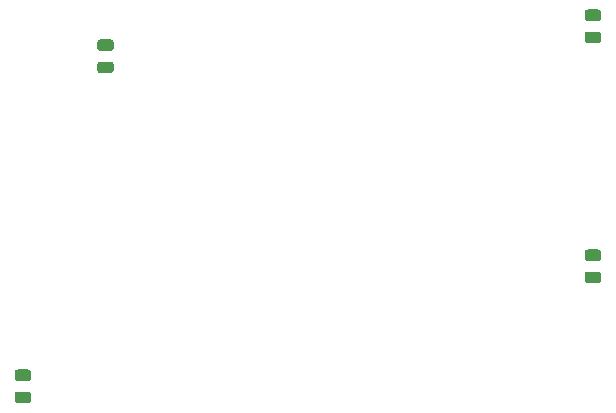
<source format=gbr>
G04 #@! TF.GenerationSoftware,KiCad,Pcbnew,5.1.7-a382d34a8~88~ubuntu20.04.1*
G04 #@! TF.CreationDate,2021-06-06T15:27:41-07:00*
G04 #@! TF.ProjectId,ft4232h-breakout,66743432-3332-4682-9d62-7265616b6f75,Jun2021b*
G04 #@! TF.SameCoordinates,Original*
G04 #@! TF.FileFunction,Paste,Bot*
G04 #@! TF.FilePolarity,Positive*
%FSLAX46Y46*%
G04 Gerber Fmt 4.6, Leading zero omitted, Abs format (unit mm)*
G04 Created by KiCad (PCBNEW 5.1.7-a382d34a8~88~ubuntu20.04.1) date 2021-06-06 15:27:41*
%MOMM*%
%LPD*%
G01*
G04 APERTURE LIST*
G04 APERTURE END LIST*
G04 #@! TO.C,C6*
G36*
G01*
X124916250Y-85910000D02*
X124003750Y-85910000D01*
G75*
G02*
X123760000Y-85666250I0J243750D01*
G01*
X123760000Y-85178750D01*
G75*
G02*
X124003750Y-84935000I243750J0D01*
G01*
X124916250Y-84935000D01*
G75*
G02*
X125160000Y-85178750I0J-243750D01*
G01*
X125160000Y-85666250D01*
G75*
G02*
X124916250Y-85910000I-243750J0D01*
G01*
G37*
G36*
G01*
X124916250Y-87785000D02*
X124003750Y-87785000D01*
G75*
G02*
X123760000Y-87541250I0J243750D01*
G01*
X123760000Y-87053750D01*
G75*
G02*
X124003750Y-86810000I243750J0D01*
G01*
X124916250Y-86810000D01*
G75*
G02*
X125160000Y-87053750I0J-243750D01*
G01*
X125160000Y-87541250D01*
G75*
G02*
X124916250Y-87785000I-243750J0D01*
G01*
G37*
G04 #@! TD*
G04 #@! TO.C,C4*
G36*
G01*
X76656250Y-116390000D02*
X75743750Y-116390000D01*
G75*
G02*
X75500000Y-116146250I0J243750D01*
G01*
X75500000Y-115658750D01*
G75*
G02*
X75743750Y-115415000I243750J0D01*
G01*
X76656250Y-115415000D01*
G75*
G02*
X76900000Y-115658750I0J-243750D01*
G01*
X76900000Y-116146250D01*
G75*
G02*
X76656250Y-116390000I-243750J0D01*
G01*
G37*
G36*
G01*
X76656250Y-118265000D02*
X75743750Y-118265000D01*
G75*
G02*
X75500000Y-118021250I0J243750D01*
G01*
X75500000Y-117533750D01*
G75*
G02*
X75743750Y-117290000I243750J0D01*
G01*
X76656250Y-117290000D01*
G75*
G02*
X76900000Y-117533750I0J-243750D01*
G01*
X76900000Y-118021250D01*
G75*
G02*
X76656250Y-118265000I-243750J0D01*
G01*
G37*
G04 #@! TD*
G04 #@! TO.C,C3*
G36*
G01*
X124916250Y-106230000D02*
X124003750Y-106230000D01*
G75*
G02*
X123760000Y-105986250I0J243750D01*
G01*
X123760000Y-105498750D01*
G75*
G02*
X124003750Y-105255000I243750J0D01*
G01*
X124916250Y-105255000D01*
G75*
G02*
X125160000Y-105498750I0J-243750D01*
G01*
X125160000Y-105986250D01*
G75*
G02*
X124916250Y-106230000I-243750J0D01*
G01*
G37*
G36*
G01*
X124916250Y-108105000D02*
X124003750Y-108105000D01*
G75*
G02*
X123760000Y-107861250I0J243750D01*
G01*
X123760000Y-107373750D01*
G75*
G02*
X124003750Y-107130000I243750J0D01*
G01*
X124916250Y-107130000D01*
G75*
G02*
X125160000Y-107373750I0J-243750D01*
G01*
X125160000Y-107861250D01*
G75*
G02*
X124916250Y-108105000I-243750J0D01*
G01*
G37*
G04 #@! TD*
G04 #@! TO.C,C2*
G36*
G01*
X82728750Y-89350000D02*
X83641250Y-89350000D01*
G75*
G02*
X83885000Y-89593750I0J-243750D01*
G01*
X83885000Y-90081250D01*
G75*
G02*
X83641250Y-90325000I-243750J0D01*
G01*
X82728750Y-90325000D01*
G75*
G02*
X82485000Y-90081250I0J243750D01*
G01*
X82485000Y-89593750D01*
G75*
G02*
X82728750Y-89350000I243750J0D01*
G01*
G37*
G36*
G01*
X82728750Y-87475000D02*
X83641250Y-87475000D01*
G75*
G02*
X83885000Y-87718750I0J-243750D01*
G01*
X83885000Y-88206250D01*
G75*
G02*
X83641250Y-88450000I-243750J0D01*
G01*
X82728750Y-88450000D01*
G75*
G02*
X82485000Y-88206250I0J243750D01*
G01*
X82485000Y-87718750D01*
G75*
G02*
X82728750Y-87475000I243750J0D01*
G01*
G37*
G04 #@! TD*
M02*

</source>
